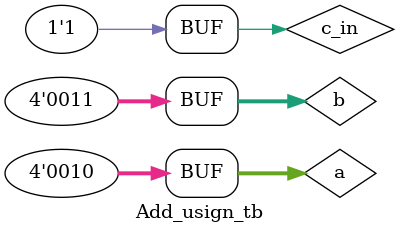
<source format=v>
module Add_usign_4(c_out, sum, a, b, c_in);
    //wire b0_in, b1_in, b2_in, b3_in, c1, c2, c3, c4;    //intermediate wires
    output [3:0] sum;
    output c_out;
    input [3:0] a, b;
    input c_in;
    assign {c_out, sum} = (c_in)? a - b : a + b;

endmodule

module Add_usign_tb;
    reg [3:0] a, b;
    reg c_in;
    wire [3:0] s;
    wire c_out;

    //Instantiate UUT
    Add_usign_4 UUT(c_out, s, a, b, c_in);
    
    //stimulus block
    initial
        begin
            a = 4'b0010;
            b = 4'b0011;
            c_in = 1'b0;
            #100;
            //a = 4'b0010;
            //b = 4'b0013;
            c_in = 1'b1;
            #100;
        end
    initial $monitor("a = %d, b = %d, c_in = %d, sum = %d, c_out = %d", a, b, c_in, s, c_out);
endmodule
</source>
